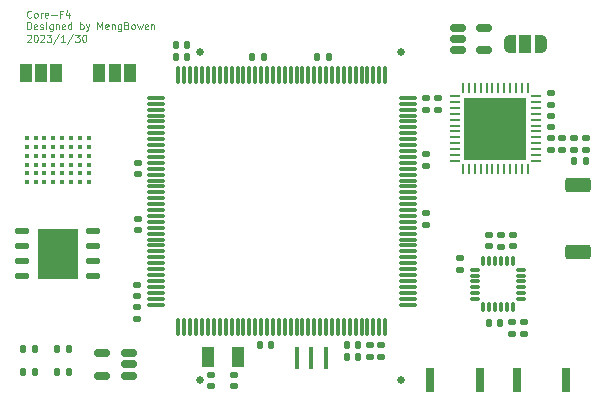
<source format=gbr>
%TF.GenerationSoftware,KiCad,Pcbnew,(6.0.4)*%
%TF.CreationDate,2023-02-01T13:33:48+08:00*%
%TF.ProjectId,Core_M4,436f7265-5f4d-4342-9e6b-696361645f70,rev?*%
%TF.SameCoordinates,Original*%
%TF.FileFunction,Soldermask,Top*%
%TF.FilePolarity,Negative*%
%FSLAX46Y46*%
G04 Gerber Fmt 4.6, Leading zero omitted, Abs format (unit mm)*
G04 Created by KiCad (PCBNEW (6.0.4)) date 2023-02-01 13:33:48*
%MOMM*%
%LPD*%
G01*
G04 APERTURE LIST*
G04 Aperture macros list*
%AMRoundRect*
0 Rectangle with rounded corners*
0 $1 Rounding radius*
0 $2 $3 $4 $5 $6 $7 $8 $9 X,Y pos of 4 corners*
0 Add a 4 corners polygon primitive as box body*
4,1,4,$2,$3,$4,$5,$6,$7,$8,$9,$2,$3,0*
0 Add four circle primitives for the rounded corners*
1,1,$1+$1,$2,$3*
1,1,$1+$1,$4,$5*
1,1,$1+$1,$6,$7*
1,1,$1+$1,$8,$9*
0 Add four rect primitives between the rounded corners*
20,1,$1+$1,$2,$3,$4,$5,0*
20,1,$1+$1,$4,$5,$6,$7,0*
20,1,$1+$1,$6,$7,$8,$9,0*
20,1,$1+$1,$8,$9,$2,$3,0*%
%AMFreePoly0*
4,1,22,0.550000,-0.750000,0.000000,-0.750000,0.000000,-0.745033,-0.079941,-0.743568,-0.215256,-0.701293,-0.333266,-0.622738,-0.424486,-0.514219,-0.481581,-0.384460,-0.499164,-0.250000,-0.500000,-0.250000,-0.500000,0.250000,-0.499164,0.250000,-0.499963,0.256109,-0.478152,0.396186,-0.417904,0.524511,-0.324060,0.630769,-0.204165,0.706417,-0.067858,0.745374,0.000000,0.744959,0.000000,0.750000,
0.550000,0.750000,0.550000,-0.750000,0.550000,-0.750000,$1*%
%AMFreePoly1*
4,1,20,0.000000,0.744959,0.073905,0.744508,0.209726,0.703889,0.328688,0.626782,0.421226,0.519385,0.479903,0.390333,0.500000,0.250000,0.500000,-0.250000,0.499851,-0.262216,0.476331,-0.402017,0.414519,-0.529596,0.319384,-0.634700,0.198574,-0.708877,0.061801,-0.746166,0.000000,-0.745033,0.000000,-0.750000,-0.550000,-0.750000,-0.550000,0.750000,0.000000,0.750000,0.000000,0.744959,
0.000000,0.744959,$1*%
G04 Aperture macros list end*
%ADD10C,0.100000*%
%ADD11RoundRect,0.135000X0.185000X-0.135000X0.185000X0.135000X-0.185000X0.135000X-0.185000X-0.135000X0*%
%ADD12R,0.400000X1.900000*%
%ADD13RoundRect,0.075000X0.075000X-0.662500X0.075000X0.662500X-0.075000X0.662500X-0.075000X-0.662500X0*%
%ADD14RoundRect,0.075000X0.662500X-0.075000X0.662500X0.075000X-0.662500X0.075000X-0.662500X-0.075000X0*%
%ADD15RoundRect,0.140000X-0.170000X0.140000X-0.170000X-0.140000X0.170000X-0.140000X0.170000X0.140000X0*%
%ADD16RoundRect,0.140000X0.170000X-0.140000X0.170000X0.140000X-0.170000X0.140000X-0.170000X-0.140000X0*%
%ADD17RoundRect,0.140000X-0.140000X-0.170000X0.140000X-0.170000X0.140000X0.170000X-0.140000X0.170000X0*%
%ADD18RoundRect,0.147500X-0.147500X-0.172500X0.147500X-0.172500X0.147500X0.172500X-0.147500X0.172500X0*%
%ADD19C,0.400000*%
%ADD20R,1.000000X1.500000*%
%ADD21RoundRect,0.062500X0.337500X0.062500X-0.337500X0.062500X-0.337500X-0.062500X0.337500X-0.062500X0*%
%ADD22RoundRect,0.062500X0.062500X0.337500X-0.062500X0.337500X-0.062500X-0.337500X0.062500X-0.337500X0*%
%ADD23R,5.300000X5.300000*%
%ADD24RoundRect,0.075000X0.350000X0.075000X-0.350000X0.075000X-0.350000X-0.075000X0.350000X-0.075000X0*%
%ADD25RoundRect,0.075000X-0.075000X0.350000X-0.075000X-0.350000X0.075000X-0.350000X0.075000X0.350000X0*%
%ADD26FreePoly0,180.000000*%
%ADD27FreePoly1,180.000000*%
%ADD28RoundRect,0.140000X0.140000X0.170000X-0.140000X0.170000X-0.140000X-0.170000X0.140000X-0.170000X0*%
%ADD29RoundRect,0.135000X0.135000X0.185000X-0.135000X0.185000X-0.135000X-0.185000X0.135000X-0.185000X0*%
%ADD30R,1.000000X1.800000*%
%ADD31R,0.800000X2.000000*%
%ADD32RoundRect,0.250000X-0.850000X0.350000X-0.850000X-0.350000X0.850000X-0.350000X0.850000X0.350000X0*%
%ADD33RoundRect,0.135000X-0.185000X0.135000X-0.185000X-0.135000X0.185000X-0.135000X0.185000X0.135000X0*%
%ADD34RoundRect,0.150000X-0.512500X-0.150000X0.512500X-0.150000X0.512500X0.150000X-0.512500X0.150000X0*%
%ADD35RoundRect,0.150000X0.512500X0.150000X-0.512500X0.150000X-0.512500X-0.150000X0.512500X-0.150000X0*%
%ADD36O,1.276000X0.581000*%
%ADD37R,3.400000X4.300000*%
%ADD38C,0.650000*%
G04 APERTURE END LIST*
D10*
X38037142Y-52864285D02*
X38008571Y-52892857D01*
X37922857Y-52921428D01*
X37865714Y-52921428D01*
X37780000Y-52892857D01*
X37722857Y-52835714D01*
X37694285Y-52778571D01*
X37665714Y-52664285D01*
X37665714Y-52578571D01*
X37694285Y-52464285D01*
X37722857Y-52407142D01*
X37780000Y-52350000D01*
X37865714Y-52321428D01*
X37922857Y-52321428D01*
X38008571Y-52350000D01*
X38037142Y-52378571D01*
X38380000Y-52921428D02*
X38322857Y-52892857D01*
X38294285Y-52864285D01*
X38265714Y-52807142D01*
X38265714Y-52635714D01*
X38294285Y-52578571D01*
X38322857Y-52550000D01*
X38380000Y-52521428D01*
X38465714Y-52521428D01*
X38522857Y-52550000D01*
X38551428Y-52578571D01*
X38580000Y-52635714D01*
X38580000Y-52807142D01*
X38551428Y-52864285D01*
X38522857Y-52892857D01*
X38465714Y-52921428D01*
X38380000Y-52921428D01*
X38837142Y-52921428D02*
X38837142Y-52521428D01*
X38837142Y-52635714D02*
X38865714Y-52578571D01*
X38894285Y-52550000D01*
X38951428Y-52521428D01*
X39008571Y-52521428D01*
X39437142Y-52892857D02*
X39380000Y-52921428D01*
X39265714Y-52921428D01*
X39208571Y-52892857D01*
X39180000Y-52835714D01*
X39180000Y-52607142D01*
X39208571Y-52550000D01*
X39265714Y-52521428D01*
X39380000Y-52521428D01*
X39437142Y-52550000D01*
X39465714Y-52607142D01*
X39465714Y-52664285D01*
X39180000Y-52721428D01*
X39722857Y-52692857D02*
X40180000Y-52692857D01*
X40665714Y-52607142D02*
X40465714Y-52607142D01*
X40465714Y-52921428D02*
X40465714Y-52321428D01*
X40751428Y-52321428D01*
X41237142Y-52521428D02*
X41237142Y-52921428D01*
X41094285Y-52292857D02*
X40951428Y-52721428D01*
X41322857Y-52721428D01*
X37694285Y-53881428D02*
X37694285Y-53281428D01*
X37837142Y-53281428D01*
X37922857Y-53310000D01*
X37979999Y-53367142D01*
X38008571Y-53424285D01*
X38037142Y-53538571D01*
X38037142Y-53624285D01*
X38008571Y-53738571D01*
X37979999Y-53795714D01*
X37922857Y-53852857D01*
X37837142Y-53881428D01*
X37694285Y-53881428D01*
X38522857Y-53852857D02*
X38465714Y-53881428D01*
X38351428Y-53881428D01*
X38294285Y-53852857D01*
X38265714Y-53795714D01*
X38265714Y-53567142D01*
X38294285Y-53510000D01*
X38351428Y-53481428D01*
X38465714Y-53481428D01*
X38522857Y-53510000D01*
X38551428Y-53567142D01*
X38551428Y-53624285D01*
X38265714Y-53681428D01*
X38779999Y-53852857D02*
X38837142Y-53881428D01*
X38951428Y-53881428D01*
X39008571Y-53852857D01*
X39037142Y-53795714D01*
X39037142Y-53767142D01*
X39008571Y-53710000D01*
X38951428Y-53681428D01*
X38865714Y-53681428D01*
X38808571Y-53652857D01*
X38779999Y-53595714D01*
X38779999Y-53567142D01*
X38808571Y-53510000D01*
X38865714Y-53481428D01*
X38951428Y-53481428D01*
X39008571Y-53510000D01*
X39294285Y-53881428D02*
X39294285Y-53481428D01*
X39294285Y-53281428D02*
X39265714Y-53310000D01*
X39294285Y-53338571D01*
X39322857Y-53310000D01*
X39294285Y-53281428D01*
X39294285Y-53338571D01*
X39837142Y-53481428D02*
X39837142Y-53967142D01*
X39808571Y-54024285D01*
X39779999Y-54052857D01*
X39722857Y-54081428D01*
X39637142Y-54081428D01*
X39579999Y-54052857D01*
X39837142Y-53852857D02*
X39779999Y-53881428D01*
X39665714Y-53881428D01*
X39608571Y-53852857D01*
X39579999Y-53824285D01*
X39551428Y-53767142D01*
X39551428Y-53595714D01*
X39579999Y-53538571D01*
X39608571Y-53510000D01*
X39665714Y-53481428D01*
X39779999Y-53481428D01*
X39837142Y-53510000D01*
X40122857Y-53481428D02*
X40122857Y-53881428D01*
X40122857Y-53538571D02*
X40151428Y-53510000D01*
X40208571Y-53481428D01*
X40294285Y-53481428D01*
X40351428Y-53510000D01*
X40379999Y-53567142D01*
X40379999Y-53881428D01*
X40894285Y-53852857D02*
X40837142Y-53881428D01*
X40722857Y-53881428D01*
X40665714Y-53852857D01*
X40637142Y-53795714D01*
X40637142Y-53567142D01*
X40665714Y-53510000D01*
X40722857Y-53481428D01*
X40837142Y-53481428D01*
X40894285Y-53510000D01*
X40922857Y-53567142D01*
X40922857Y-53624285D01*
X40637142Y-53681428D01*
X41437142Y-53881428D02*
X41437142Y-53281428D01*
X41437142Y-53852857D02*
X41379999Y-53881428D01*
X41265714Y-53881428D01*
X41208571Y-53852857D01*
X41179999Y-53824285D01*
X41151428Y-53767142D01*
X41151428Y-53595714D01*
X41179999Y-53538571D01*
X41208571Y-53510000D01*
X41265714Y-53481428D01*
X41379999Y-53481428D01*
X41437142Y-53510000D01*
X42179999Y-53881428D02*
X42179999Y-53281428D01*
X42179999Y-53510000D02*
X42237142Y-53481428D01*
X42351428Y-53481428D01*
X42408571Y-53510000D01*
X42437142Y-53538571D01*
X42465714Y-53595714D01*
X42465714Y-53767142D01*
X42437142Y-53824285D01*
X42408571Y-53852857D01*
X42351428Y-53881428D01*
X42237142Y-53881428D01*
X42179999Y-53852857D01*
X42665714Y-53481428D02*
X42808571Y-53881428D01*
X42951428Y-53481428D02*
X42808571Y-53881428D01*
X42751428Y-54024285D01*
X42722857Y-54052857D01*
X42665714Y-54081428D01*
X43637142Y-53881428D02*
X43637142Y-53281428D01*
X43837142Y-53710000D01*
X44037142Y-53281428D01*
X44037142Y-53881428D01*
X44551428Y-53852857D02*
X44494285Y-53881428D01*
X44379999Y-53881428D01*
X44322857Y-53852857D01*
X44294285Y-53795714D01*
X44294285Y-53567142D01*
X44322857Y-53510000D01*
X44379999Y-53481428D01*
X44494285Y-53481428D01*
X44551428Y-53510000D01*
X44579999Y-53567142D01*
X44579999Y-53624285D01*
X44294285Y-53681428D01*
X44837142Y-53481428D02*
X44837142Y-53881428D01*
X44837142Y-53538571D02*
X44865714Y-53510000D01*
X44922857Y-53481428D01*
X45008571Y-53481428D01*
X45065714Y-53510000D01*
X45094285Y-53567142D01*
X45094285Y-53881428D01*
X45637142Y-53481428D02*
X45637142Y-53967142D01*
X45608571Y-54024285D01*
X45579999Y-54052857D01*
X45522857Y-54081428D01*
X45437142Y-54081428D01*
X45379999Y-54052857D01*
X45637142Y-53852857D02*
X45579999Y-53881428D01*
X45465714Y-53881428D01*
X45408571Y-53852857D01*
X45379999Y-53824285D01*
X45351428Y-53767142D01*
X45351428Y-53595714D01*
X45379999Y-53538571D01*
X45408571Y-53510000D01*
X45465714Y-53481428D01*
X45579999Y-53481428D01*
X45637142Y-53510000D01*
X46122857Y-53567142D02*
X46208571Y-53595714D01*
X46237142Y-53624285D01*
X46265714Y-53681428D01*
X46265714Y-53767142D01*
X46237142Y-53824285D01*
X46208571Y-53852857D01*
X46151428Y-53881428D01*
X45922857Y-53881428D01*
X45922857Y-53281428D01*
X46122857Y-53281428D01*
X46179999Y-53310000D01*
X46208571Y-53338571D01*
X46237142Y-53395714D01*
X46237142Y-53452857D01*
X46208571Y-53510000D01*
X46179999Y-53538571D01*
X46122857Y-53567142D01*
X45922857Y-53567142D01*
X46608571Y-53881428D02*
X46551428Y-53852857D01*
X46522857Y-53824285D01*
X46494285Y-53767142D01*
X46494285Y-53595714D01*
X46522857Y-53538571D01*
X46551428Y-53510000D01*
X46608571Y-53481428D01*
X46694285Y-53481428D01*
X46751428Y-53510000D01*
X46779999Y-53538571D01*
X46808571Y-53595714D01*
X46808571Y-53767142D01*
X46779999Y-53824285D01*
X46751428Y-53852857D01*
X46694285Y-53881428D01*
X46608571Y-53881428D01*
X47008571Y-53481428D02*
X47122857Y-53881428D01*
X47237142Y-53595714D01*
X47351428Y-53881428D01*
X47465714Y-53481428D01*
X47922857Y-53852857D02*
X47865714Y-53881428D01*
X47751428Y-53881428D01*
X47694285Y-53852857D01*
X47665714Y-53795714D01*
X47665714Y-53567142D01*
X47694285Y-53510000D01*
X47751428Y-53481428D01*
X47865714Y-53481428D01*
X47922857Y-53510000D01*
X47951428Y-53567142D01*
X47951428Y-53624285D01*
X47665714Y-53681428D01*
X48208571Y-53481428D02*
X48208571Y-53881428D01*
X48208571Y-53538571D02*
X48237142Y-53510000D01*
X48294285Y-53481428D01*
X48380000Y-53481428D01*
X48437142Y-53510000D01*
X48465714Y-53567142D01*
X48465714Y-53881428D01*
X37665714Y-54418571D02*
X37694285Y-54390000D01*
X37751428Y-54361428D01*
X37894285Y-54361428D01*
X37951428Y-54390000D01*
X37980000Y-54418571D01*
X38008571Y-54475714D01*
X38008571Y-54532857D01*
X37980000Y-54618571D01*
X37637142Y-54961428D01*
X38008571Y-54961428D01*
X38380000Y-54361428D02*
X38437142Y-54361428D01*
X38494285Y-54390000D01*
X38522857Y-54418571D01*
X38551428Y-54475714D01*
X38580000Y-54590000D01*
X38580000Y-54732857D01*
X38551428Y-54847142D01*
X38522857Y-54904285D01*
X38494285Y-54932857D01*
X38437142Y-54961428D01*
X38380000Y-54961428D01*
X38322857Y-54932857D01*
X38294285Y-54904285D01*
X38265714Y-54847142D01*
X38237142Y-54732857D01*
X38237142Y-54590000D01*
X38265714Y-54475714D01*
X38294285Y-54418571D01*
X38322857Y-54390000D01*
X38380000Y-54361428D01*
X38808571Y-54418571D02*
X38837142Y-54390000D01*
X38894285Y-54361428D01*
X39037142Y-54361428D01*
X39094285Y-54390000D01*
X39122857Y-54418571D01*
X39151428Y-54475714D01*
X39151428Y-54532857D01*
X39122857Y-54618571D01*
X38780000Y-54961428D01*
X39151428Y-54961428D01*
X39351428Y-54361428D02*
X39722857Y-54361428D01*
X39522857Y-54590000D01*
X39608571Y-54590000D01*
X39665714Y-54618571D01*
X39694285Y-54647142D01*
X39722857Y-54704285D01*
X39722857Y-54847142D01*
X39694285Y-54904285D01*
X39665714Y-54932857D01*
X39608571Y-54961428D01*
X39437142Y-54961428D01*
X39380000Y-54932857D01*
X39351428Y-54904285D01*
X40408571Y-54332857D02*
X39894285Y-55104285D01*
X40922857Y-54961428D02*
X40580000Y-54961428D01*
X40751428Y-54961428D02*
X40751428Y-54361428D01*
X40694285Y-54447142D01*
X40637142Y-54504285D01*
X40580000Y-54532857D01*
X41608571Y-54332857D02*
X41094285Y-55104285D01*
X41751428Y-54361428D02*
X42122857Y-54361428D01*
X41922857Y-54590000D01*
X42008571Y-54590000D01*
X42065714Y-54618571D01*
X42094285Y-54647142D01*
X42122857Y-54704285D01*
X42122857Y-54847142D01*
X42094285Y-54904285D01*
X42065714Y-54932857D01*
X42008571Y-54961428D01*
X41837142Y-54961428D01*
X41780000Y-54932857D01*
X41751428Y-54904285D01*
X42494285Y-54361428D02*
X42551428Y-54361428D01*
X42608571Y-54390000D01*
X42637142Y-54418571D01*
X42665714Y-54475714D01*
X42694285Y-54590000D01*
X42694285Y-54732857D01*
X42665714Y-54847142D01*
X42637142Y-54904285D01*
X42608571Y-54932857D01*
X42551428Y-54961428D01*
X42494285Y-54961428D01*
X42437142Y-54932857D01*
X42408571Y-54904285D01*
X42380000Y-54847142D01*
X42351428Y-54732857D01*
X42351428Y-54590000D01*
X42380000Y-54475714D01*
X42408571Y-54418571D01*
X42437142Y-54390000D01*
X42494285Y-54361428D01*
D11*
%TO.C,R7*%
X78730000Y-79710000D03*
X78730000Y-78690000D03*
%TD*%
D12*
%TO.C,Y1*%
X60560000Y-81690000D03*
X61760000Y-81690000D03*
X62960000Y-81690000D03*
%TD*%
D13*
%TO.C,U1*%
X50500000Y-79112500D03*
X51000000Y-79112500D03*
X51500000Y-79112500D03*
X52000000Y-79112500D03*
X52500000Y-79112500D03*
X53000000Y-79112500D03*
X53500000Y-79112500D03*
X54000000Y-79112500D03*
X54500000Y-79112500D03*
X55000000Y-79112500D03*
X55500000Y-79112500D03*
X56000000Y-79112500D03*
X56500000Y-79112500D03*
X57000000Y-79112500D03*
X57500000Y-79112500D03*
X58000000Y-79112500D03*
X58500000Y-79112500D03*
X59000000Y-79112500D03*
X59500000Y-79112500D03*
X60000000Y-79112500D03*
X60500000Y-79112500D03*
X61000000Y-79112500D03*
X61500000Y-79112500D03*
X62000000Y-79112500D03*
X62500000Y-79112500D03*
X63000000Y-79112500D03*
X63500000Y-79112500D03*
X64000000Y-79112500D03*
X64500000Y-79112500D03*
X65000000Y-79112500D03*
X65500000Y-79112500D03*
X66000000Y-79112500D03*
X66500000Y-79112500D03*
X67000000Y-79112500D03*
X67500000Y-79112500D03*
X68000000Y-79112500D03*
D14*
X69912500Y-77200000D03*
X69912500Y-76700000D03*
X69912500Y-76200000D03*
X69912500Y-75700000D03*
X69912500Y-75200000D03*
X69912500Y-74700000D03*
X69912500Y-74200000D03*
X69912500Y-73700000D03*
X69912500Y-73200000D03*
X69912500Y-72700000D03*
X69912500Y-72200000D03*
X69912500Y-71700000D03*
X69912500Y-71200000D03*
X69912500Y-70700000D03*
X69912500Y-70200000D03*
X69912500Y-69700000D03*
X69912500Y-69200000D03*
X69912500Y-68700000D03*
X69912500Y-68200000D03*
X69912500Y-67700000D03*
X69912500Y-67200000D03*
X69912500Y-66700000D03*
X69912500Y-66200000D03*
X69912500Y-65700000D03*
X69912500Y-65200000D03*
X69912500Y-64700000D03*
X69912500Y-64200000D03*
X69912500Y-63700000D03*
X69912500Y-63200000D03*
X69912500Y-62700000D03*
X69912500Y-62200000D03*
X69912500Y-61700000D03*
X69912500Y-61200000D03*
X69912500Y-60700000D03*
X69912500Y-60200000D03*
X69912500Y-59700000D03*
D13*
X68000000Y-57787500D03*
X67500000Y-57787500D03*
X67000000Y-57787500D03*
X66500000Y-57787500D03*
X66000000Y-57787500D03*
X65500000Y-57787500D03*
X65000000Y-57787500D03*
X64500000Y-57787500D03*
X64000000Y-57787500D03*
X63500000Y-57787500D03*
X63000000Y-57787500D03*
X62500000Y-57787500D03*
X62000000Y-57787500D03*
X61500000Y-57787500D03*
X61000000Y-57787500D03*
X60500000Y-57787500D03*
X60000000Y-57787500D03*
X59500000Y-57787500D03*
X59000000Y-57787500D03*
X58500000Y-57787500D03*
X58000000Y-57787500D03*
X57500000Y-57787500D03*
X57000000Y-57787500D03*
X56500000Y-57787500D03*
X56000000Y-57787500D03*
X55500000Y-57787500D03*
X55000000Y-57787500D03*
X54500000Y-57787500D03*
X54000000Y-57787500D03*
X53500000Y-57787500D03*
X53000000Y-57787500D03*
X52500000Y-57787500D03*
X52000000Y-57787500D03*
X51500000Y-57787500D03*
X51000000Y-57787500D03*
X50500000Y-57787500D03*
D14*
X48587500Y-59700000D03*
X48587500Y-60200000D03*
X48587500Y-60700000D03*
X48587500Y-61200000D03*
X48587500Y-61700000D03*
X48587500Y-62200000D03*
X48587500Y-62700000D03*
X48587500Y-63200000D03*
X48587500Y-63700000D03*
X48587500Y-64200000D03*
X48587500Y-64700000D03*
X48587500Y-65200000D03*
X48587500Y-65700000D03*
X48587500Y-66200000D03*
X48587500Y-66700000D03*
X48587500Y-67200000D03*
X48587500Y-67700000D03*
X48587500Y-68200000D03*
X48587500Y-68700000D03*
X48587500Y-69200000D03*
X48587500Y-69700000D03*
X48587500Y-70200000D03*
X48587500Y-70700000D03*
X48587500Y-71200000D03*
X48587500Y-71700000D03*
X48587500Y-72200000D03*
X48587500Y-72700000D03*
X48587500Y-73200000D03*
X48587500Y-73700000D03*
X48587500Y-74200000D03*
X48587500Y-74700000D03*
X48587500Y-75200000D03*
X48587500Y-75700000D03*
X48587500Y-76200000D03*
X48587500Y-76700000D03*
X48587500Y-77200000D03*
%TD*%
D15*
%TO.C,C23*%
X66690000Y-80650000D03*
X66690000Y-81610000D03*
%TD*%
D16*
%TO.C,C41*%
X84970000Y-64080000D03*
X84970000Y-63120000D03*
%TD*%
D17*
%TO.C,C3*%
X56760000Y-56260000D03*
X57720000Y-56260000D03*
%TD*%
D15*
%TO.C,C12*%
X67680000Y-80650000D03*
X67680000Y-81610000D03*
%TD*%
D18*
%TO.C,D1*%
X37360000Y-82940000D03*
X38330000Y-82940000D03*
%TD*%
%TO.C,L1*%
X83995000Y-65050000D03*
X84965000Y-65050000D03*
%TD*%
D15*
%TO.C,C18*%
X71440000Y-69470000D03*
X71440000Y-70430000D03*
%TD*%
D19*
%TO.C,U2*%
X37655000Y-66845000D03*
X37655000Y-66095000D03*
X37655000Y-65345000D03*
X37655000Y-64595000D03*
X37655000Y-63845000D03*
X37655000Y-63095000D03*
X38405000Y-66845000D03*
X38405000Y-66095000D03*
X38405000Y-65345000D03*
X38405000Y-64595000D03*
X38405000Y-63845000D03*
X38405000Y-63095000D03*
X39155000Y-66845000D03*
X39155000Y-66095000D03*
X39155000Y-65345000D03*
X39155000Y-64595000D03*
X39155000Y-63845000D03*
X39155000Y-63095000D03*
X39905000Y-66845000D03*
X39905000Y-66095000D03*
X39905000Y-65345000D03*
X39905000Y-64595000D03*
X39905000Y-63845000D03*
X39905000Y-63095000D03*
X40655000Y-66845000D03*
X40655000Y-66095000D03*
X40655000Y-65345000D03*
X40655000Y-64595000D03*
X40655000Y-63845000D03*
X40655000Y-63095000D03*
X41405000Y-66845000D03*
X41405000Y-66095000D03*
X41405000Y-65345000D03*
X41405000Y-64595000D03*
X41405000Y-63845000D03*
X41405000Y-63095000D03*
X42155000Y-66845000D03*
X42155000Y-66095000D03*
X42155000Y-65345000D03*
X42155000Y-64595000D03*
X42155000Y-63845000D03*
X42155000Y-63095000D03*
X42905000Y-66845000D03*
X42905000Y-66095000D03*
X42905000Y-65345000D03*
X42905000Y-64595000D03*
X42905000Y-63845000D03*
X42905000Y-63095000D03*
%TD*%
D15*
%TO.C,C21*%
X72440000Y-59730000D03*
X72440000Y-60690000D03*
%TD*%
%TO.C,C16*%
X55210000Y-83130000D03*
X55210000Y-84090000D03*
%TD*%
D17*
%TO.C,C32*%
X76800000Y-78730000D03*
X77760000Y-78730000D03*
%TD*%
D16*
%TO.C,C38*%
X83010000Y-64080000D03*
X83010000Y-63120000D03*
%TD*%
D20*
%TO.C,SWD*%
X46410000Y-57640000D03*
X45110000Y-57640000D03*
X43810000Y-57640000D03*
%TD*%
D17*
%TO.C,C1*%
X62270000Y-56270000D03*
X63230000Y-56270000D03*
%TD*%
D16*
%TO.C,C6*%
X47050000Y-70930000D03*
X47050000Y-69970000D03*
%TD*%
%TO.C,C5*%
X47070000Y-66180000D03*
X47070000Y-65220000D03*
%TD*%
D17*
%TO.C,C14*%
X64770000Y-81620000D03*
X65730000Y-81620000D03*
%TD*%
D15*
%TO.C,C15*%
X53250000Y-83130000D03*
X53250000Y-84090000D03*
%TD*%
D16*
%TO.C,C33*%
X76750000Y-72250000D03*
X76750000Y-71290000D03*
%TD*%
D21*
%TO.C,U7*%
X80780000Y-65050000D03*
X80780000Y-64550000D03*
X80780000Y-64050000D03*
X80780000Y-63550000D03*
X80780000Y-63050000D03*
X80780000Y-62550000D03*
X80780000Y-62050000D03*
X80780000Y-61550000D03*
X80780000Y-61050000D03*
X80780000Y-60550000D03*
X80780000Y-60050000D03*
X80780000Y-59550000D03*
D22*
X80080000Y-58850000D03*
X79580000Y-58850000D03*
X79080000Y-58850000D03*
X78580000Y-58850000D03*
X78080000Y-58850000D03*
X77580000Y-58850000D03*
X77080000Y-58850000D03*
X76580000Y-58850000D03*
X76080000Y-58850000D03*
X75580000Y-58850000D03*
X75080000Y-58850000D03*
X74580000Y-58850000D03*
D21*
X73880000Y-59550000D03*
X73880000Y-60050000D03*
X73880000Y-60550000D03*
X73880000Y-61050000D03*
X73880000Y-61550000D03*
X73880000Y-62050000D03*
X73880000Y-62550000D03*
X73880000Y-63050000D03*
X73880000Y-63550000D03*
X73880000Y-64050000D03*
X73880000Y-64550000D03*
X73880000Y-65050000D03*
D22*
X74580000Y-65750000D03*
X75080000Y-65750000D03*
X75580000Y-65750000D03*
X76080000Y-65750000D03*
X76580000Y-65750000D03*
X77080000Y-65750000D03*
X77580000Y-65750000D03*
X78080000Y-65750000D03*
X78580000Y-65750000D03*
X79080000Y-65750000D03*
X79580000Y-65750000D03*
X80080000Y-65750000D03*
D23*
X77330000Y-62300000D03*
%TD*%
D24*
%TO.C,U4*%
X79500000Y-76750000D03*
X79500000Y-76250000D03*
X79500000Y-75750000D03*
X79500000Y-75250000D03*
X79500000Y-74750000D03*
X79500000Y-74250000D03*
D25*
X78800000Y-73550000D03*
X78300000Y-73550000D03*
X77800000Y-73550000D03*
X77300000Y-73550000D03*
X76800000Y-73550000D03*
X76300000Y-73550000D03*
D24*
X75600000Y-74250000D03*
X75600000Y-74750000D03*
X75600000Y-75250000D03*
X75600000Y-75750000D03*
X75600000Y-76250000D03*
X75600000Y-76750000D03*
D25*
X76300000Y-77450000D03*
X76800000Y-77450000D03*
X77300000Y-77450000D03*
X77800000Y-77450000D03*
X78300000Y-77450000D03*
X78800000Y-77450000D03*
%TD*%
D26*
%TO.C,J1*%
X81160000Y-55180000D03*
D20*
X79860000Y-55180000D03*
D27*
X78560000Y-55180000D03*
%TD*%
D16*
%TO.C,C40*%
X83990000Y-64080000D03*
X83990000Y-63120000D03*
%TD*%
D18*
%TO.C,D2*%
X37360000Y-80950000D03*
X38330000Y-80950000D03*
%TD*%
D28*
%TO.C,C22*%
X51230000Y-55260000D03*
X50270000Y-55260000D03*
%TD*%
D15*
%TO.C,C19*%
X71450000Y-64480000D03*
X71450000Y-65440000D03*
%TD*%
D29*
%TO.C,R2*%
X41260000Y-80950000D03*
X40240000Y-80950000D03*
%TD*%
D15*
%TO.C,C20*%
X71440000Y-59730000D03*
X71440000Y-60690000D03*
%TD*%
D16*
%TO.C,C37*%
X82030000Y-62180000D03*
X82030000Y-61220000D03*
%TD*%
D15*
%TO.C,C7*%
X47000000Y-77430000D03*
X47000000Y-78390000D03*
%TD*%
D20*
%TO.C,BOOT*%
X37570000Y-57640000D03*
X38870000Y-57640000D03*
X40170000Y-57640000D03*
%TD*%
D30*
%TO.C,Y2*%
X53000000Y-81650000D03*
X55500000Y-81650000D03*
%TD*%
D11*
%TO.C,R6*%
X77800000Y-72300000D03*
X77800000Y-71280000D03*
%TD*%
D16*
%TO.C,C11*%
X47000000Y-76480000D03*
X47000000Y-75520000D03*
%TD*%
D15*
%TO.C,C28*%
X78850000Y-71290000D03*
X78850000Y-72250000D03*
%TD*%
D31*
%TO.C,S2*%
X76024340Y-83560000D03*
X71824340Y-83560000D03*
%TD*%
D28*
%TO.C,C8*%
X58340000Y-80630000D03*
X57380000Y-80630000D03*
%TD*%
D32*
%TO.C,AE1*%
X84310000Y-67087500D03*
X84310000Y-72787500D03*
%TD*%
D17*
%TO.C,C4*%
X50270000Y-56260000D03*
X51230000Y-56260000D03*
%TD*%
D33*
%TO.C,R8*%
X82030000Y-59270000D03*
X82030000Y-60290000D03*
%TD*%
D11*
%TO.C,R5*%
X79740000Y-79710000D03*
X79740000Y-78690000D03*
%TD*%
D16*
%TO.C,C39*%
X82030000Y-64080000D03*
X82030000Y-63120000D03*
%TD*%
D29*
%TO.C,R1*%
X41260000Y-82940000D03*
X40240000Y-82940000D03*
%TD*%
D17*
%TO.C,C11*%
X64770000Y-80630000D03*
X65730000Y-80630000D03*
%TD*%
D31*
%TO.C,S1*%
X83320000Y-83560000D03*
X79120000Y-83560000D03*
%TD*%
D34*
%TO.C,U6*%
X74132500Y-53780000D03*
X74132500Y-54730000D03*
X74132500Y-55680000D03*
X76407500Y-55680000D03*
X76407500Y-53780000D03*
%TD*%
D15*
%TO.C,C30*%
X74330000Y-73280000D03*
X74330000Y-74240000D03*
%TD*%
D35*
%TO.C,U3*%
X46317500Y-83220000D03*
X46317500Y-82270000D03*
X46317500Y-81320000D03*
X44042500Y-81320000D03*
X44042500Y-83220000D03*
%TD*%
D36*
%TO.C,U5*%
X43273000Y-74805000D03*
X43273000Y-73535000D03*
X43273000Y-72265000D03*
X43273000Y-70995000D03*
X37247000Y-70995000D03*
X37247000Y-72265000D03*
X37247000Y-73535000D03*
X37247000Y-74805000D03*
D37*
X40260000Y-72900000D03*
%TD*%
D38*
%TO.C,CN2*%
X69360000Y-55790000D03*
X52360000Y-55790000D03*
%TD*%
%TO.C,CN1*%
X69360000Y-83560000D03*
X52360000Y-83560000D03*
%TD*%
M02*

</source>
